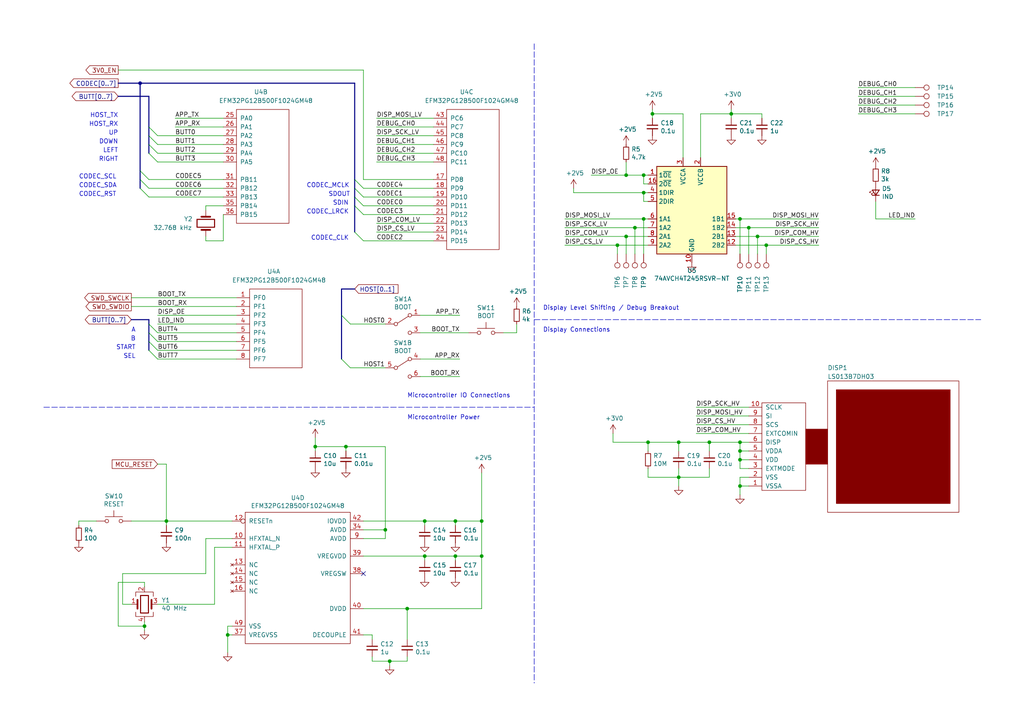
<source format=kicad_sch>
(kicad_sch (version 20211123) (generator eeschema)
  (paper "A4")
  (title_block (title "Bit Masher - Microcontroller/Display") (date "2021-04-18") (rev "P2") (company "MeoWorkshop/Nyankichi Works"))
  (lib_symbols
    (symbol "Connector:TestPoint" (pin_numbers hide) (pin_names (offset 0.762) hide)
      (property "Reference" "TP" (at 0 6.858 0))
      (property "Value" "TestPoint" (at 0 5.08 0))
      (symbol "TestPoint_0_1"
        (circle (center 0 3.302) (radius 0.762))
      )
      (symbol "TestPoint_1_1"
        (pin passive line (at 0 0 90) (length 2.54) (name "1") (number "1"))
      )
    )
    (symbol "Device:C_Small" (pin_numbers hide) (pin_names (offset 0.254) hide)
      (property "Reference" "C" (at 0.254 1.778 0))
      (property "Value" "C_Small" (at 0.254 -2.032 0))
      (symbol "C_Small_0_1"
        (polyline (pts (xy -1.524 -0.508) (xy 1.524 -0.508)) (stroke (width 0.3302)))
        (polyline (pts (xy -1.524 0.508) (xy 1.524 0.508)) (stroke (width 0.3048)))
      )
      (symbol "C_Small_1_1"
        (pin passive line (at 0 2.54 270) (length 2.032) (name "~") (number "1"))
        (pin passive line (at 0 -2.54 90) (length 2.032) (name "~") (number "2"))
      )
    )
    (symbol "Device:Crystal" (pin_numbers hide) (pin_names (offset 1.016) hide)
      (property "Reference" "Y" (at 0 3.81 0))
      (property "Value" "Crystal" (at 0 -3.81 0))
      (symbol "Crystal_0_1"
        (rectangle (start -1.143 2.54) (end 1.143 -2.54) (stroke (width 0.3048)))
        (polyline (pts (xy -2.54 0) (xy -1.905 0)))
        (polyline (pts (xy -1.905 -1.27) (xy -1.905 1.27)) (stroke (width 0.508)))
        (polyline (pts (xy 1.905 -1.27) (xy 1.905 1.27)) (stroke (width 0.508)))
        (polyline (pts (xy 2.54 0) (xy 1.905 0)))
      )
      (symbol "Crystal_1_1"
        (pin passive line (at -3.81 0 0) (length 1.27) (name "1") (number "1"))
        (pin passive line (at 3.81 0 180) (length 1.27) (name "2") (number "2"))
      )
    )
    (symbol "Device:Crystal_GND24" (pin_names (offset 1.016) hide)
      (property "Reference" "Y" (at 3.175 5.08 0))
      (property "Value" "Crystal_GND24" (at 3.175 3.175 0))
      (symbol "Crystal_GND24_0_1"
        (rectangle (start -1.143 2.54) (end 1.143 -2.54) (stroke (width 0.3048)))
        (polyline (pts (xy -2.54 0) (xy -2.032 0)))
        (polyline (pts (xy -2.032 -1.27) (xy -2.032 1.27)) (stroke (width 0.508)))
        (polyline (pts (xy 0 -3.81) (xy 0 -3.556)))
        (polyline (pts (xy 0 3.556) (xy 0 3.81)))
        (polyline (pts (xy 2.032 -1.27) (xy 2.032 1.27)) (stroke (width 0.508)))
        (polyline (pts (xy 2.032 0) (xy 2.54 0)))
        (polyline (pts (xy -2.54 -2.286) (xy -2.54 -3.556) (xy 2.54 -3.556) (xy 2.54 -2.286)))
        (polyline (pts (xy -2.54 2.286) (xy -2.54 3.556) (xy 2.54 3.556) (xy 2.54 2.286)))
      )
      (symbol "Crystal_GND24_1_1"
        (pin passive line (at -3.81 0 0) (length 1.27) (name "1") (number "1"))
        (pin passive line (at 0 5.08 270) (length 1.27) (name "2") (number "2"))
        (pin passive line (at 3.81 0 180) (length 1.27) (name "3") (number "3"))
        (pin passive line (at 0 -5.08 90) (length 1.27) (name "4") (number "4"))
      )
    )
    (symbol "Device:LED_Small" (pin_numbers hide) (pin_names (offset 0.254) hide)
      (property "Reference" "D" (at -1.27 3.175 0))
      (property "Value" "LED_Small" (at -4.445 -2.54 0))
      (symbol "LED_Small_0_1"
        (polyline (pts (xy -0.762 -1.016) (xy -0.762 1.016)) (stroke (width 0.254)))
        (polyline (pts (xy 1.016 0) (xy -0.762 0)))
        (polyline (pts (xy 0.762 -1.016) (xy -0.762 0) (xy 0.762 1.016) (xy 0.762 -1.016)) (stroke (width 0.254)))
        (polyline (pts (xy 0 0.762) (xy -0.508 1.27) (xy -0.254 1.27) (xy -0.508 1.27) (xy -0.508 1.016)))
        (polyline (pts (xy 0.508 1.27) (xy 0 1.778) (xy 0.254 1.778) (xy 0 1.778) (xy 0 1.524)))
      )
      (symbol "LED_Small_1_1"
        (pin passive line (at -2.54 0 0) (length 1.778) (name "K") (number "1"))
        (pin passive line (at 2.54 0 180) (length 1.778) (name "A") (number "2"))
      )
    )
    (symbol "Device:R_Small" (pin_numbers hide) (pin_names (offset 0.254) hide)
      (property "Reference" "R" (at 0.762 0.508 0))
      (property "Value" "R_Small" (at 0.762 -1.016 0))
      (symbol "R_Small_0_1"
        (rectangle (start -0.762 1.778) (end 0.762 -1.778) (stroke (width 0.2032)))
      )
      (symbol "R_Small_1_1"
        (pin passive line (at 0 2.54 270) (length 0.762) (name "~") (number "1"))
        (pin passive line (at 0 -2.54 90) (length 0.762) (name "~") (number "2"))
      )
    )
    (symbol "Display_Graphic:LS013B7DH03" (pin_names (offset 1.016))
      (property "Reference" "DISP" (at 12.7 22.86 0))
      (property "Value" "Display_Graphic_LS013B7DH03" (at 12.7 20.32 0))
      (symbol "LS013B7DH03_0_1"
        (rectangle (start -12.7 12.7) (end 0 -12.7))
        (rectangle (start 0 5.08) (end 6.35 -5.08) (fill (type outline)))
        (rectangle (start 6.35 19.05) (end 44.45 -19.05))
        (rectangle (start 8.89 16.51) (end 41.91 -16.51) (fill (type outline)))
      )
      (symbol "LS013B7DH03_1_1"
        (pin bidirectional line (at -16.51 -11.43 0) (length 3.81) (name "VSSA") (number "1"))
        (pin bidirectional line (at -16.51 11.43 0) (length 3.81) (name "SCLK") (number "10"))
        (pin bidirectional line (at -16.51 -8.89 0) (length 3.81) (name "VSS") (number "2"))
        (pin bidirectional line (at -16.51 -6.35 0) (length 3.81) (name "EXTMODE") (number "3"))
        (pin bidirectional line (at -16.51 -3.81 0) (length 3.81) (name "VDD") (number "4"))
        (pin bidirectional line (at -16.51 -1.27 0) (length 3.81) (name "VDDA") (number "5"))
        (pin bidirectional line (at -16.51 1.27 0) (length 3.81) (name "DISP") (number "6"))
        (pin bidirectional line (at -16.51 3.81 0) (length 3.81) (name "EXTCOMIN") (number "7"))
        (pin bidirectional line (at -16.51 6.35 0) (length 3.81) (name "SCS") (number "8"))
        (pin bidirectional line (at -16.51 8.89 0) (length 3.81) (name "SI") (number "9"))
      )
    )
    (symbol "Logic_LevelTranslator:74AVCH4T245RSVR-NT"
      (property "Reference" "U" (at -8.89 13.97 0))
      (property "Value" "Logic_LevelTranslator_74AVCH4T245RSVR-NT" (at 12.7 13.97 0))
      (symbol "74AVCH4T245RSVR-NT_0_1"
        (rectangle (start -10.16 12.7) (end 10.16 -12.7) (stroke (width 0.254)) (fill (type background)))
      )
      (symbol "74AVCH4T245RSVR-NT_1_1"
        (pin input line (at -12.7 10.16 0) (length 2.54) (name "1~{OE}") (number "1"))
        (pin power_in line (at 0 -15.24 90) (length 2.54) (name "GND") (number "10"))
        (pin passive line (at 0 -15.24 90) (length 2.54) hide (name "GND") (number "11"))
        (pin bidirectional line (at 12.7 -10.16 180) (length 2.54) (name "2B2") (number "12"))
        (pin bidirectional line (at 12.7 -7.62 180) (length 2.54) (name "2B1") (number "13"))
        (pin bidirectional line (at 12.7 -5.08 180) (length 2.54) (name "1B2") (number "14"))
        (pin bidirectional line (at 12.7 -2.54 180) (length 2.54) (name "1B1") (number "15"))
        (pin input line (at -12.7 7.62 0) (length 2.54) (name "2~{OE}") (number "16"))
        (pin power_in line (at 2.54 15.24 270) (length 2.54) (name "VCCB") (number "2"))
        (pin power_in line (at -2.54 15.24 270) (length 2.54) (name "VCCA") (number "3"))
        (pin input line (at -12.7 5.08 0) (length 2.54) (name "1DIR") (number "4"))
        (pin input line (at -12.7 2.54 0) (length 2.54) (name "2DIR") (number "5"))
        (pin bidirectional line (at -12.7 -2.54 0) (length 2.54) (name "1A1") (number "6"))
        (pin bidirectional line (at -12.7 -5.08 0) (length 2.54) (name "1A2") (number "7"))
        (pin bidirectional line (at -12.7 -7.62 0) (length 2.54) (name "2A1") (number "8"))
        (pin bidirectional line (at -12.7 -10.16 0) (length 2.54) (name "2A2") (number "9"))
      )
    )
    (symbol "MCU_SiliconLabs:EFM32PG12B500F1024GM48" (pin_names (offset 1.016))
      (property "Reference" "U" (at -1.27 20.32 0))
      (property "Value" "MCU_SiliconLabs_EFM32PG12B500F1024GM48" (at 1.27 17.78 0))
      (symbol "EFM32PG12B500F1024GM48_1_1"
        (rectangle (start -7.62 11.43) (end 7.62 -11.43))
        (pin bidirectional line (at -11.43 8.89 0) (length 3.81) (name "PF0") (number "1"))
        (pin bidirectional line (at -11.43 6.35 0) (length 3.81) (name "PF1") (number "2"))
        (pin bidirectional line (at -11.43 3.81 0) (length 3.81) (name "PF2") (number "3"))
        (pin bidirectional line (at -11.43 1.27 0) (length 3.81) (name "PF3") (number "4"))
        (pin bidirectional line (at -11.43 -1.27 0) (length 3.81) (name "PF4") (number "5"))
        (pin bidirectional line (at -11.43 -3.81 0) (length 3.81) (name "PF5") (number "6"))
        (pin bidirectional line (at -11.43 -6.35 0) (length 3.81) (name "PF6") (number "7"))
        (pin bidirectional line (at -11.43 -8.89 0) (length 3.81) (name "PF7") (number "8"))
      )
      (symbol "EFM32PG12B500F1024GM48_2_1"
        (rectangle (start -7.62 16.51) (end 7.62 -16.51))
        (pin bidirectional line (at -11.43 13.97 0) (length 3.81) (name "PA0") (number "25"))
        (pin bidirectional line (at -11.43 11.43 0) (length 3.81) (name "PA1") (number "26"))
        (pin bidirectional line (at -11.43 8.89 0) (length 3.81) (name "PA2") (number "27"))
        (pin bidirectional line (at -11.43 6.35 0) (length 3.81) (name "PA3") (number "28"))
        (pin bidirectional line (at -11.43 3.81 0) (length 3.81) (name "PA4") (number "29"))
        (pin bidirectional line (at -11.43 1.27 0) (length 3.81) (name "PA5") (number "30"))
        (pin bidirectional line (at -11.43 -3.81 0) (length 3.81) (name "PB11") (number "31"))
        (pin bidirectional line (at -11.43 -6.35 0) (length 3.81) (name "PB12") (number "32"))
        (pin bidirectional line (at -11.43 -8.89 0) (length 3.81) (name "PB13") (number "33"))
        (pin bidirectional line (at -11.43 -11.43 0) (length 3.81) (name "PB14") (number "35"))
        (pin bidirectional line (at -11.43 -13.97 0) (length 3.81) (name "PB15") (number "36"))
      )
      (symbol "EFM32PG12B500F1024GM48_3_1"
        (rectangle (start -7.62 16.51) (end 7.62 -24.13))
        (pin bidirectional line (at -11.43 -3.81 0) (length 3.81) (name "PD8") (number "17"))
        (pin bidirectional line (at -11.43 -6.35 0) (length 3.81) (name "PD9") (number "18"))
        (pin bidirectional line (at -11.43 -8.89 0) (length 3.81) (name "PD10") (number "19"))
        (pin bidirectional line (at -11.43 -11.43 0) (length 3.81) (name "PD11") (number "20"))
        (pin bidirectional line (at -11.43 -13.97 0) (length 3.81) (name "PD12") (number "21"))
        (pin bidirectional line (at -11.43 -16.51 0) (length 3.81) (name "PD13") (number "22"))
        (pin bidirectional line (at -11.43 -19.05 0) (length 3.81) (name "PD14") (number "23"))
        (pin bidirectional line (at -11.43 -21.59 0) (length 3.81) (name "PD15") (number "24"))
        (pin bidirectional line (at -11.43 13.97 0) (length 3.81) (name "PC6") (number "43"))
        (pin bidirectional line (at -11.43 11.43 0) (length 3.81) (name "PC7") (number "44"))
        (pin bidirectional line (at -11.43 8.89 0) (length 3.81) (name "PC8") (number "45"))
        (pin bidirectional line (at -11.43 6.35 0) (length 3.81) (name "PC9") (number "46"))
        (pin bidirectional line (at -11.43 3.81 0) (length 3.81) (name "PC10") (number "47"))
        (pin bidirectional line (at -11.43 1.27 0) (length 3.81) (name "PC11") (number "48"))
      )
      (symbol "EFM32PG12B500F1024GM48_4_1"
        (rectangle (start -15.24 15.24) (end 15.24 -22.86))
        (pin bidirectional line (at -19.05 7.62 0) (length 3.81) (name "HFXTAL_N") (number "10"))
        (pin bidirectional line (at -19.05 5.08 0) (length 3.81) (name "HFXTAL_P") (number "11"))
        (pin bidirectional inverted (at -19.05 12.7 0) (length 3.81) (name "RESETn") (number "12"))
        (pin no_connect line (at -19.05 0 0) (length 3.81) (name "NC") (number "13"))
        (pin no_connect line (at -19.05 -2.54 0) (length 3.81) (name "NC") (number "14"))
        (pin no_connect line (at -19.05 -5.08 0) (length 3.81) (name "NC") (number "15"))
        (pin no_connect line (at -19.05 -7.62 0) (length 3.81) (name "NC") (number "16"))
        (pin power_in line (at 19.05 10.16 180) (length 3.81) (name "AVDD") (number "34"))
        (pin passive line (at -19.05 -20.32 0) (length 3.81) (name "VREGVSS") (number "37"))
        (pin passive line (at 19.05 -2.54 180) (length 3.81) (name "VREGSW") (number "38"))
        (pin passive line (at 19.05 2.54 180) (length 3.81) (name "VREGVDD") (number "39"))
        (pin power_in line (at 19.05 -12.7 180) (length 3.81) (name "DVDD") (number "40"))
        (pin input line (at 19.05 -20.32 180) (length 3.81) (name "DECOUPLE") (number "41"))
        (pin power_in line (at 19.05 12.7 180) (length 3.81) (name "IOVDD") (number "42"))
        (pin passive line (at -19.05 -17.78 0) (length 3.81) (name "VSS") (number "49"))
        (pin power_in line (at 19.05 7.62 180) (length 3.81) (name "AVDD") (number "9"))
      )
    )
    (symbol "Switch:SW_DPDT_x2" (pin_names (offset 0) hide)
      (property "Reference" "SW" (at 0 4.318 0))
      (property "Value" "SW_DPDT_x2" (at 0 -5.08 0))
      (symbol "SW_DPDT_x2_0_0"
        (circle (center -2.032 0) (radius 0.508))
        (circle (center 2.032 -2.54) (radius 0.508))
      )
      (symbol "SW_DPDT_x2_0_1"
        (polyline (pts (xy -1.524 0.254) (xy 1.651 2.286)))
        (circle (center 2.032 2.54) (radius 0.508))
      )
      (symbol "SW_DPDT_x2_1_1"
        (pin passive line (at 5.08 2.54 180) (length 2.54) (name "A") (number "1"))
        (pin passive line (at -5.08 0 0) (length 2.54) (name "B") (number "2"))
        (pin passive line (at 5.08 -2.54 180) (length 2.54) (name "C") (number "3"))
      )
      (symbol "SW_DPDT_x2_2_1"
        (pin passive line (at 5.08 2.54 180) (length 2.54) (name "A") (number "4"))
        (pin passive line (at -5.08 0 0) (length 2.54) (name "B") (number "5"))
        (pin passive line (at 5.08 -2.54 180) (length 2.54) (name "C") (number "6"))
      )
    )
    (symbol "Switch:SW_Push" (pin_numbers hide) (pin_names (offset 1.016) hide)
      (property "Reference" "SW" (at 1.27 2.54 0))
      (property "Value" "SW_Push" (at 0 -1.524 0))
      (symbol "SW_Push_0_1"
        (circle (center -2.032 0) (radius 0.508))
        (polyline (pts (xy 0 1.27) (xy 0 3.048)))
        (polyline (pts (xy 2.54 1.27) (xy -2.54 1.27)))
        (circle (center 2.032 0) (radius 0.508))
        (pin passive line (at -5.08 0 0) (length 2.54) (name "1") (number "1"))
        (pin passive line (at 5.08 0 180) (length 2.54) (name "2") (number "2"))
      )
    )
    (symbol "power:+2V5" (power) (pin_names (offset 0))
      (property "Value" "+2V5" (at 0 3.556 0))
      (symbol "+2V5_0_1"
        (polyline (pts (xy -0.762 1.27) (xy 0 2.54)))
        (polyline (pts (xy 0 0) (xy 0 2.54)))
        (polyline (pts (xy 0 2.54) (xy 0.762 1.27)))
      )
      (symbol "+2V5_1_1"
        (pin power_in line (at 0 0 90) (length 0) hide (name "+2V5") (number "1"))
      )
    )
    (symbol "power:+3V0" (power) (pin_names (offset 0))
      (property "Value" "+3V0" (at 0 3.556 0))
      (symbol "+3V0_0_1"
        (polyline (pts (xy -0.762 1.27) (xy 0 2.54)))
        (polyline (pts (xy 0 0) (xy 0 2.54)))
        (polyline (pts (xy 0 2.54) (xy 0.762 1.27)))
      )
      (symbol "+3V0_1_1"
        (pin power_in line (at 0 0 90) (length 0) hide (name "+3V0") (number "1"))
      )
    )
    (symbol "power:GND" (power) (pin_names (offset 0))
      (property "Value" "GND" (at 0 -3.81 0))
      (symbol "GND_0_1"
        (polyline (pts (xy 0 0) (xy 0 -1.27) (xy 1.27 -1.27) (xy 0 -2.54) (xy -1.27 -1.27) (xy 0 -1.27)))
      )
      (symbol "GND_1_1"
        (pin power_in line (at 0 0 270) (length 0) hide (name "GND") (number "1"))
      )
    )
  )
  (junction (at 91.44 129.54))
  (junction (at 187.96 128.27))
  (junction (at 132.08 161.29))
  (junction (at 118.11 176.53))
  (junction (at 222.25 71.12))
  (junction (at 214.63 130.81))
  (junction (at 214.63 133.35))
  (junction (at 181.61 50.8))
  (junction (at 179.07 71.12))
  (junction (at 113.03 191.77))
  (junction (at 41.91 181.61))
  (junction (at 189.23 33.02))
  (junction (at 212.09 33.02))
  (junction (at 184.15 66.04))
  (junction (at 123.19 161.29))
  (junction (at 66.04 184.15))
  (junction (at 196.85 128.27))
  (junction (at 219.71 68.58))
  (junction (at 214.63 63.5))
  (junction (at 132.08 151.13))
  (junction (at 181.61 68.58))
  (junction (at 139.7 161.29))
  (junction (at 111.76 153.67))
  (junction (at 186.69 63.5))
  (junction (at 48.26 151.13))
  (junction (at 214.63 128.27))
  (junction (at 214.63 140.97))
  (junction (at 123.19 151.13))
  (junction (at 196.85 138.43))
  (junction (at 186.69 50.8))
  (junction (at 186.69 55.88))
  (junction (at 217.17 66.04))
  (junction (at 100.33 129.54))
  (junction (at 139.7 151.13))
  (junction (at 40.64 24.13))
  (junction (at 205.74 128.27))
  (no_connect (at 105.41 166.37))
  (bus_entry (at 102.87 59.69) (size 2.54 2.54))
  (bus_entry (at 40.64 52.07) (size 2.54 2.54))
  (bus_entry (at 43.18 96.52) (size 2.54 2.54))
  (bus_entry (at 99.06 104.14) (size 2.54 2.54))
  (bus_entry (at 102.87 67.31) (size 2.54 2.54))
  (bus_entry (at 43.18 44.45) (size 2.54 2.54))
  (bus_entry (at 99.06 91.44) (size 2.54 2.54))
  (bus_entry (at 43.18 101.6) (size 2.54 2.54))
  (bus_entry (at 40.64 54.61) (size 2.54 2.54))
  (bus_entry (at 43.18 36.83) (size 2.54 2.54))
  (bus_entry (at 102.87 54.61) (size 2.54 2.54))
  (bus_entry (at 102.87 52.07) (size 2.54 2.54))
  (bus_entry (at 43.18 93.98) (size 2.54 2.54))
  (bus_entry (at 43.18 99.06) (size 2.54 2.54))
  (bus_entry (at 43.18 41.91) (size 2.54 2.54))
  (bus_entry (at 102.87 57.15) (size 2.54 2.54))
  (bus_entry (at 40.64 49.53) (size 2.54 2.54))
  (bus_entry (at 43.18 39.37) (size 2.54 2.54))
  (wire (pts (xy 27.94 151.13) (xy 22.86 151.13)))
  (bus (pts (xy 43.18 92.71) (xy 43.18 93.98)))
  (wire (pts (xy 111.76 129.54) (xy 111.76 153.67)))
  (bus (pts (xy 102.87 59.69) (xy 102.87 67.31)))
  (wire (pts (xy 186.69 63.5) (xy 187.96 63.5)))
  (wire (pts (xy 219.71 73.66) (xy 219.71 68.58)))
  (wire (pts (xy 105.41 176.53) (xy 118.11 176.53)))
  (wire (pts (xy 212.09 33.02) (xy 203.2 33.02)))
  (wire (pts (xy 45.72 96.52) (xy 68.58 96.52)))
  (wire (pts (xy 38.1 86.36) (xy 68.58 86.36)))
  (polyline (pts (xy 154.94 92.71) (xy 284.48 92.71)))
  (bus (pts (xy 99.06 83.82) (xy 99.06 91.44)))
  (wire (pts (xy 121.92 109.22) (xy 133.35 109.22)))
  (wire (pts (xy 105.41 52.07) (xy 125.73 52.07)))
  (wire (pts (xy 118.11 176.53) (xy 118.11 185.42)))
  (wire (pts (xy 214.63 128.27) (xy 217.17 128.27)))
  (wire (pts (xy 34.29 181.61) (xy 41.91 181.61)))
  (wire (pts (xy 214.63 130.81) (xy 214.63 128.27)))
  (wire (pts (xy 118.11 191.77) (xy 118.11 190.5)))
  (wire (pts (xy 205.74 128.27) (xy 214.63 128.27)))
  (bus (pts (xy 40.64 24.13) (xy 102.87 24.13)))
  (wire (pts (xy 217.17 66.04) (xy 237.49 66.04)))
  (wire (pts (xy 121.92 96.52) (xy 135.89 96.52)))
  (wire (pts (xy 149.86 93.98) (xy 149.86 96.52)))
  (wire (pts (xy 217.17 140.97) (xy 214.63 140.97)))
  (wire (pts (xy 189.23 31.75) (xy 189.23 33.02)))
  (wire (pts (xy 45.72 104.14) (xy 68.58 104.14)))
  (wire (pts (xy 59.69 156.21) (xy 67.31 156.21)))
  (wire (pts (xy 91.44 129.54) (xy 100.33 129.54)))
  (wire (pts (xy 43.18 52.07) (xy 64.77 52.07)))
  (wire (pts (xy 68.58 91.44) (xy 45.72 91.44)))
  (polyline (pts (xy 154.94 12.7) (xy 154.94 198.12)))
  (wire (pts (xy 213.36 63.5) (xy 214.63 63.5)))
  (wire (pts (xy 132.08 161.29) (xy 139.7 161.29)))
  (wire (pts (xy 64.77 69.85) (xy 64.77 62.23)))
  (wire (pts (xy 35.56 175.26) (xy 38.1 175.26)))
  (wire (pts (xy 181.61 46.99) (xy 181.61 50.8)))
  (wire (pts (xy 254 63.5) (xy 265.43 63.5)))
  (wire (pts (xy 62.23 158.75) (xy 62.23 175.26)))
  (wire (pts (xy 45.72 39.37) (xy 64.77 39.37)))
  (wire (pts (xy 146.05 96.52) (xy 149.86 96.52)))
  (bus (pts (xy 102.87 54.61) (xy 102.87 57.15)))
  (wire (pts (xy 187.96 138.43) (xy 196.85 138.43)))
  (wire (pts (xy 121.92 91.44) (xy 133.35 91.44)))
  (wire (pts (xy 184.15 66.04) (xy 163.83 66.04)))
  (bus (pts (xy 40.64 49.53) (xy 40.64 52.07)))
  (wire (pts (xy 186.69 53.34) (xy 186.69 50.8)))
  (wire (pts (xy 139.7 151.13) (xy 139.7 161.29)))
  (wire (pts (xy 213.36 66.04) (xy 217.17 66.04)))
  (wire (pts (xy 123.19 161.29) (xy 123.19 162.56)))
  (wire (pts (xy 187.96 135.89) (xy 187.96 138.43)))
  (wire (pts (xy 64.77 36.83) (xy 50.8 36.83)))
  (bus (pts (xy 102.87 24.13) (xy 102.87 52.07)))
  (wire (pts (xy 214.63 140.97) (xy 214.63 143.51)))
  (bus (pts (xy 43.18 41.91) (xy 43.18 44.45)))
  (wire (pts (xy 59.69 166.37) (xy 59.69 156.21)))
  (wire (pts (xy 45.72 46.99) (xy 64.77 46.99)))
  (wire (pts (xy 125.73 44.45) (xy 109.22 44.45)))
  (wire (pts (xy 101.6 93.98) (xy 111.76 93.98)))
  (wire (pts (xy 38.1 151.13) (xy 48.26 151.13)))
  (polyline (pts (xy 12.7 118.11) (xy 154.94 118.11)))
  (wire (pts (xy 187.96 53.34) (xy 186.69 53.34)))
  (wire (pts (xy 139.7 161.29) (xy 139.7 176.53)))
  (wire (pts (xy 217.17 73.66) (xy 217.17 66.04)))
  (wire (pts (xy 248.92 27.94) (xy 265.43 27.94)))
  (wire (pts (xy 43.18 54.61) (xy 64.77 54.61)))
  (wire (pts (xy 203.2 33.02) (xy 203.2 45.72)))
  (wire (pts (xy 67.31 181.61) (xy 66.04 181.61)))
  (wire (pts (xy 217.17 135.89) (xy 214.63 135.89)))
  (wire (pts (xy 177.8 125.73) (xy 177.8 128.27)))
  (bus (pts (xy 43.18 27.94) (xy 43.18 36.83)))
  (wire (pts (xy 181.61 68.58) (xy 187.96 68.58)))
  (wire (pts (xy 113.03 193.04) (xy 113.03 191.77)))
  (bus (pts (xy 99.06 91.44) (xy 99.06 104.14)))
  (wire (pts (xy 214.63 138.43) (xy 214.63 140.97)))
  (wire (pts (xy 125.73 36.83) (xy 109.22 36.83)))
  (bus (pts (xy 43.18 99.06) (xy 43.18 101.6)))
  (wire (pts (xy 213.36 71.12) (xy 222.25 71.12)))
  (wire (pts (xy 184.15 73.66) (xy 184.15 66.04)))
  (wire (pts (xy 212.09 31.75) (xy 212.09 33.02)))
  (wire (pts (xy 45.72 101.6) (xy 68.58 101.6)))
  (wire (pts (xy 123.19 161.29) (xy 132.08 161.29)))
  (bus (pts (xy 38.1 92.71) (xy 43.18 92.71)))
  (wire (pts (xy 107.95 190.5) (xy 107.95 191.77)))
  (wire (pts (xy 109.22 39.37) (xy 125.73 39.37)))
  (wire (pts (xy 186.69 63.5) (xy 163.83 63.5)))
  (wire (pts (xy 109.22 64.77) (xy 125.73 64.77)))
  (wire (pts (xy 196.85 130.81) (xy 196.85 128.27)))
  (wire (pts (xy 166.37 55.88) (xy 186.69 55.88)))
  (wire (pts (xy 113.03 191.77) (xy 118.11 191.77)))
  (wire (pts (xy 214.63 133.35) (xy 214.63 130.81)))
  (wire (pts (xy 125.73 46.99) (xy 109.22 46.99)))
  (wire (pts (xy 48.26 151.13) (xy 67.31 151.13)))
  (wire (pts (xy 59.69 69.85) (xy 64.77 69.85)))
  (bus (pts (xy 102.87 57.15) (xy 102.87 59.69)))
  (wire (pts (xy 64.77 34.29) (xy 50.8 34.29)))
  (wire (pts (xy 217.17 138.43) (xy 214.63 138.43)))
  (bus (pts (xy 34.29 24.13) (xy 40.64 24.13)))
  (wire (pts (xy 181.61 73.66) (xy 181.61 68.58)))
  (wire (pts (xy 111.76 153.67) (xy 105.41 153.67)))
  (wire (pts (xy 187.96 128.27) (xy 196.85 128.27)))
  (wire (pts (xy 105.41 20.32) (xy 105.41 52.07)))
  (wire (pts (xy 48.26 134.62) (xy 48.26 151.13)))
  (wire (pts (xy 222.25 73.66) (xy 222.25 71.12)))
  (wire (pts (xy 45.72 44.45) (xy 64.77 44.45)))
  (wire (pts (xy 177.8 128.27) (xy 187.96 128.27)))
  (bus (pts (xy 40.64 52.07) (xy 40.64 54.61)))
  (wire (pts (xy 179.07 71.12) (xy 187.96 71.12)))
  (wire (pts (xy 139.7 176.53) (xy 118.11 176.53)))
  (wire (pts (xy 217.17 133.35) (xy 214.63 133.35)))
  (wire (pts (xy 213.36 68.58) (xy 219.71 68.58)))
  (wire (pts (xy 38.1 88.9) (xy 68.58 88.9)))
  (wire (pts (xy 67.31 158.75) (xy 62.23 158.75)))
  (wire (pts (xy 181.61 50.8) (xy 186.69 50.8)))
  (wire (pts (xy 59.69 68.58) (xy 59.69 69.85)))
  (bus (pts (xy 102.87 52.07) (xy 102.87 54.61)))
  (wire (pts (xy 66.04 181.61) (xy 66.04 184.15)))
  (wire (pts (xy 125.73 41.91) (xy 109.22 41.91)))
  (bus (pts (xy 102.87 83.82) (xy 99.06 83.82)))
  (wire (pts (xy 111.76 156.21) (xy 111.76 153.67)))
  (wire (pts (xy 198.12 33.02) (xy 198.12 45.72)))
  (wire (pts (xy 186.69 55.88) (xy 187.96 55.88)))
  (wire (pts (xy 205.74 138.43) (xy 205.74 135.89)))
  (bus (pts (xy 40.64 24.13) (xy 40.64 49.53)))
  (wire (pts (xy 125.73 59.69) (xy 105.41 59.69)))
  (wire (pts (xy 187.96 58.42) (xy 186.69 58.42)))
  (wire (pts (xy 222.25 71.12) (xy 237.49 71.12)))
  (wire (pts (xy 196.85 138.43) (xy 205.74 138.43)))
  (wire (pts (xy 214.63 135.89) (xy 214.63 133.35)))
  (wire (pts (xy 248.92 30.48) (xy 265.43 30.48)))
  (bus (pts (xy 43.18 39.37) (xy 43.18 41.91)))
  (wire (pts (xy 91.44 130.81) (xy 91.44 129.54)))
  (wire (pts (xy 105.41 54.61) (xy 125.73 54.61)))
  (wire (pts (xy 105.41 156.21) (xy 111.76 156.21)))
  (wire (pts (xy 43.18 57.15) (xy 64.77 57.15)))
  (wire (pts (xy 212.09 33.02) (xy 220.98 33.02)))
  (wire (pts (xy 48.26 151.13) (xy 48.26 152.4)))
  (wire (pts (xy 196.85 128.27) (xy 205.74 128.27)))
  (wire (pts (xy 201.93 120.65) (xy 217.17 120.65)))
  (wire (pts (xy 132.08 151.13) (xy 139.7 151.13)))
  (wire (pts (xy 64.77 59.69) (xy 59.69 59.69)))
  (wire (pts (xy 186.69 73.66) (xy 186.69 63.5)))
  (wire (pts (xy 109.22 67.31) (xy 125.73 67.31)))
  (wire (pts (xy 41.91 182.88) (xy 41.91 181.61)))
  (wire (pts (xy 166.37 54.61) (xy 166.37 55.88)))
  (wire (pts (xy 179.07 73.66) (xy 179.07 71.12)))
  (bus (pts (xy 43.18 36.83) (xy 43.18 39.37)))
  (wire (pts (xy 59.69 59.69) (xy 59.69 60.96)))
  (wire (pts (xy 139.7 137.16) (xy 139.7 151.13)))
  (wire (pts (xy 67.31 184.15) (xy 66.04 184.15)))
  (wire (pts (xy 66.04 184.15) (xy 66.04 189.23)))
  (wire (pts (xy 254 58.42) (xy 254 63.5)))
  (wire (pts (xy 41.91 181.61) (xy 41.91 180.34)))
  (wire (pts (xy 196.85 135.89) (xy 196.85 138.43)))
  (wire (pts (xy 34.29 20.32) (xy 105.41 20.32)))
  (bus (pts (xy 43.18 96.52) (xy 43.18 99.06)))
  (wire (pts (xy 201.93 125.73) (xy 217.17 125.73)))
  (wire (pts (xy 105.41 151.13) (xy 123.19 151.13)))
  (wire (pts (xy 220.98 33.02) (xy 220.98 34.29)))
  (wire (pts (xy 35.56 166.37) (xy 59.69 166.37)))
  (wire (pts (xy 107.95 184.15) (xy 107.95 185.42)))
  (wire (pts (xy 181.61 50.8) (xy 171.45 50.8)))
  (wire (pts (xy 123.19 152.4) (xy 123.19 151.13)))
  (wire (pts (xy 179.07 71.12) (xy 163.83 71.12)))
  (wire (pts (xy 105.41 184.15) (xy 107.95 184.15)))
  (wire (pts (xy 45.72 41.91) (xy 64.77 41.91)))
  (wire (pts (xy 189.23 33.02) (xy 189.23 34.29)))
  (wire (pts (xy 68.58 93.98) (xy 45.72 93.98)))
  (wire (pts (xy 121.92 104.14) (xy 133.35 104.14)))
  (wire (pts (xy 181.61 68.58) (xy 163.83 68.58)))
  (wire (pts (xy 186.69 58.42) (xy 186.69 55.88)))
  (wire (pts (xy 219.71 68.58) (xy 237.49 68.58)))
  (wire (pts (xy 105.41 161.29) (xy 123.19 161.29)))
  (wire (pts (xy 132.08 161.29) (xy 132.08 162.56)))
  (wire (pts (xy 109.22 34.29) (xy 125.73 34.29)))
  (wire (pts (xy 107.95 191.77) (xy 113.03 191.77)))
  (wire (pts (xy 132.08 152.4) (xy 132.08 151.13)))
  (wire (pts (xy 91.44 127) (xy 91.44 129.54)))
  (wire (pts (xy 105.41 69.85) (xy 125.73 69.85)))
  (wire (pts (xy 248.92 33.02) (xy 265.43 33.02)))
  (wire (pts (xy 45.72 134.62) (xy 48.26 134.62)))
  (wire (pts (xy 189.23 33.02) (xy 198.12 33.02)))
  (wire (pts (xy 212.09 33.02) (xy 212.09 34.29)))
  (wire (pts (xy 187.96 130.81) (xy 187.96 128.27)))
  (wire (pts (xy 184.15 66.04) (xy 187.96 66.04)))
  (wire (pts (xy 22.86 151.13) (xy 22.86 152.4)))
  (wire (pts (xy 105.41 62.23) (xy 125.73 62.23)))
  (wire (pts (xy 201.93 118.11) (xy 217.17 118.11)))
  (wire (pts (xy 41.91 170.18) (xy 41.91 168.91)))
  (wire (pts (xy 45.72 99.06) (xy 68.58 99.06)))
  (bus (pts (xy 43.18 93.98) (xy 43.18 96.52)))
  (wire (pts (xy 45.72 175.26) (xy 62.23 175.26)))
  (wire (pts (xy 196.85 138.43) (xy 196.85 140.97)))
  (wire (pts (xy 125.73 57.15) (xy 105.41 57.15)))
  (wire (pts (xy 35.56 166.37) (xy 35.56 175.26)))
  (wire (pts (xy 34.29 168.91) (xy 34.29 181.61)))
  (wire (pts (xy 248.92 25.4) (xy 265.43 25.4)))
  (wire (pts (xy 41.91 168.91) (xy 34.29 168.91)))
  (wire (pts (xy 186.69 50.8) (xy 187.96 50.8)))
  (wire (pts (xy 205.74 130.81) (xy 205.74 128.27)))
  (wire (pts (xy 214.63 73.66) (xy 214.63 63.5)))
  (wire (pts (xy 100.33 130.81) (xy 100.33 129.54)))
  (wire (pts (xy 100.33 129.54) (xy 111.76 129.54)))
  (wire (pts (xy 123.19 151.13) (xy 132.08 151.13)))
  (wire (pts (xy 214.63 63.5) (xy 237.49 63.5)))
  (bus (pts (xy 34.29 27.94) (xy 43.18 27.94)))
  (wire (pts (xy 101.6 106.68) (xy 111.76 106.68)))
  (wire (pts (xy 217.17 130.81) (xy 214.63 130.81)))
  (wire (pts (xy 201.93 123.19) (xy 217.17 123.19)))
  (text "DOWN" (at 34.29 41.91 180) (effects (font (size 1.27 1.27)) (justify right bottom)))
  (text "SDOUT" (at 95.25 57.15 0) (effects (font (size 1.27 1.27)) (justify left bottom)))
  (text "CODEC_SCL" (at 22.86 52.07 0) (effects (font (size 1.27 1.27)) (justify left bottom)))
  (text "Display Connections" (at 157.48 96.52 0) (effects (font (size 1.27 1.27)) (justify left bottom)))
  (text "SDIN" (at 96.52 59.69 0) (effects (font (size 1.27 1.27)) (justify left bottom)))
  (text "START" (at 39.37 101.6 180) (effects (font (size 1.27 1.27)) (justify right bottom)))
  (text "HOST_RX" (at 34.29 36.83 180) (effects (font (size 1.27 1.27)) (justify right bottom)))
  (text "CODEC_RST" (at 22.86 57.15 0) (effects (font (size 1.27 1.27)) (justify left bottom)))
  (text "UP" (at 34.29 39.37 180) (effects (font (size 1.27 1.27)) (justify right bottom)))
  (text "HOST_TX" (at 34.29 34.29 180) (effects (font (size 1.27 1.27)) (justify right bottom)))
  (text "CODEC_MCLK" (at 88.9 54.61 0) (effects (font (size 1.27 1.27)) (justify left bottom)))
  (text "A" (at 39.37 96.52 180) (effects (font (size 1.27 1.27)) (justify right bottom)))
  (text "B" (at 39.37 99.06 180) (effects (font (size 1.27 1.27)) (justify right bottom)))
  (text "Display Level Shifting / Debug Breakout" (at 157.48 90.17 0) (effects (font (size 1.27 1.27)) (justify left bottom)))
  (text "CODEC_LRCK" (at 88.9 62.23 0) (effects (font (size 1.27 1.27)) (justify left bottom)))
  (text "RIGHT" (at 34.29 46.99 180) (effects (font (size 1.27 1.27)) (justify right bottom)))
  (text "CODEC_SDA" (at 22.86 54.61 0) (effects (font (size 1.27 1.27)) (justify left bottom)))
  (text "CODEC_CLK" (at 90.17 69.85 0) (effects (font (size 1.27 1.27)) (justify left bottom)))
  (text "Microcontroller IO Connections" (at 118.11 115.57 0) (effects (font (size 1.27 1.27)) (justify left bottom)))
  (text "LEFT" (at 34.29 44.45 180) (effects (font (size 1.27 1.27)) (justify right bottom)))
  (text "Microcontroller Power" (at 118.11 121.92 0) (effects (font (size 1.27 1.27)) (justify left bottom)))
  (text "SEL" (at 39.37 104.14 180) (effects (font (size 1.27 1.27)) (justify right bottom)))
  (label "DISP_MOSI_LV" (at 163.83 63.5 0))
  (label "CODEC7" (at 50.8 57.15 0))
  (label "BOOT_RX" (at 133.35 109.22 180))
  (label "CODEC5" (at 50.8 52.07 0))
  (label "DISP_OE" (at 171.45 50.8 0))
  (label "BUTT5" (at 45.72 99.06 0))
  (label "DISP_SCK_HV" (at 201.93 118.11 0))
  (label "DISP_CS_HV" (at 237.49 71.12 180))
  (label "DISP_SCK_LV" (at 109.22 39.37 0))
  (label "APP_TX" (at 133.35 91.44 180))
  (label "DEBUG_CH2" (at 248.92 30.48 0))
  (label "BUTT3" (at 50.8 46.99 0))
  (label "DEBUG_CH0" (at 109.22 36.83 0))
  (label "DISP_CS_LV" (at 109.22 67.31 0))
  (label "CODEC3" (at 109.22 62.23 0))
  (label "DEBUG_CH0" (at 248.92 25.4 0))
  (label "CODEC2" (at 109.22 69.85 0))
  (label "BUTT6" (at 45.72 101.6 0))
  (label "DISP_COM_HV" (at 237.49 68.58 180))
  (label "BUTT1" (at 50.8 41.91 0))
  (label "CODEC6" (at 50.8 54.61 0))
  (label "LED_IND" (at 45.72 93.98 0))
  (label "DISP_SCK_HV" (at 237.49 66.04 180))
  (label "BOOT_TX" (at 133.35 96.52 180))
  (label "BUTT4" (at 45.72 96.52 0))
  (label "DEBUG_CH1" (at 248.92 27.94 0))
  (label "LED_IND" (at 265.43 63.5 180))
  (label "DISP_COM_LV" (at 109.22 64.77 0))
  (label "DEBUG_CH3" (at 109.22 46.99 0))
  (label "DISP_CS_HV" (at 201.93 123.19 0))
  (label "BUTT7" (at 45.72 104.14 0))
  (label "APP_TX" (at 50.8 34.29 0))
  (label "CODEC0" (at 109.22 59.69 0))
  (label "HOST0" (at 105.41 93.98 0))
  (label "BOOT_TX" (at 45.72 86.36 0))
  (label "CODEC4" (at 109.22 54.61 0))
  (label "BUTT0" (at 50.8 39.37 0))
  (label "HOST1" (at 105.41 106.68 0))
  (label "DEBUG_CH2" (at 109.22 44.45 0))
  (label "DISP_MOSI_LV" (at 109.22 34.29 0))
  (label "DISP_COM_LV" (at 163.83 68.58 0))
  (label "DISP_MOSI_HV" (at 237.49 63.5 180))
  (label "APP_RX" (at 50.8 36.83 0))
  (label "DISP_CS_LV" (at 163.83 71.12 0))
  (label "DISP_COM_HV" (at 201.93 125.73 0))
  (label "BUTT2" (at 50.8 44.45 0))
  (label "APP_RX" (at 133.35 104.14 180))
  (label "DISP_MOSI_HV" (at 201.93 120.65 0))
  (label "DEBUG_CH3" (at 248.92 33.02 0))
  (label "DISP_OE" (at 45.72 91.44 0))
  (label "BOOT_RX" (at 45.72 88.9 0))
  (label "DEBUG_CH1" (at 109.22 41.91 0))
  (label "DISP_SCK_LV" (at 163.83 66.04 0))
  (label "CODEC1" (at 109.22 57.15 0))
  (global_label "BUTT[0..7]" (shape bidirectional) (at 34.29 27.94 180) (property "Intersheet References" "${INTERSHEET_REFS}" (effects hide)))
  (global_label "CODEC[0..7]" (shape output) (at 34.29 24.13 180) (property "Intersheet References" "${INTERSHEET_REFS}" (effects hide)))
  (global_label "MCU_RESET" (shape input) (at 45.72 134.62 180) (property "Intersheet References" "${INTERSHEET_REFS}" (effects hide)))
  (global_label "3V0_EN" (shape output) (at 34.29 20.32 180) (property "Intersheet References" "${INTERSHEET_REFS}" (effects hide)))
  (global_label "SWD_SWCLK" (shape output) (at 38.1 86.36 180) (property "Intersheet References" "${INTERSHEET_REFS}" (effects hide)))
  (global_label "HOST[0..1]" (shape input) (at 102.87 83.82 0) (property "Intersheet References" "${INTERSHEET_REFS}" (effects hide)))
  (global_label "SWD_SWDIO" (shape output) (at 38.1 88.9 180) (property "Intersheet References" "${INTERSHEET_REFS}" (effects hide)))
  (global_label "BUTT[0..7]" (shape bidirectional) (at 38.1 92.71 180) (property "Intersheet References" "${INTERSHEET_REFS}" (effects hide)))
  (symbol (lib_id "MCU_SiliconLabs:EFM32PG12B500F1024GM48") (at 80.01 95.25 0) (unit 1)
    (property "Reference" "U4" (at 77.47 78.74 0) (effects (justify left)))
    (property "Value" "EFM32PG12B500F1024GM48" (at 67.31 81.28 0) (effects (justify left)))
    (property "Footprint" "Package_DFN_QFN:QFN-48-1EP_7x7mm_P0.5mm_EP5.3x5.3mm" (effects hide))
  )
  (symbol (lib_id "MCU_SiliconLabs:EFM32PG12B500F1024GM48") (at 76.2 48.26 0) (unit 2)
    (property "Reference" "U4" (at 73.66 26.67 0) (effects (justify left)))
    (property "Value" "EFM32PG12B500F1024GM48" (at 63.5 29.21 0) (effects (justify left)))
    (property "Footprint" "Package_DFN_QFN:QFN-48-1EP_7x7mm_P0.5mm_EP5.3x5.3mm" (effects hide))
  )
  (symbol (lib_id "MCU_SiliconLabs:EFM32PG12B500F1024GM48") (at 137.16 48.26 0) (unit 3)
    (property "Reference" "U4" (at 133.35 26.67 0) (effects (justify left)))
    (property "Value" "EFM32PG12B500F1024GM48" (at 123.19 29.21 0) (effects (justify left)))
    (property "Footprint" "Package_DFN_QFN:QFN-48-1EP_7x7mm_P0.5mm_EP5.3x5.3mm" (effects hide))
  )
  (symbol (lib_id "MCU_SiliconLabs:EFM32PG12B500F1024GM48") (at 86.36 163.83 0) (unit 4)
    (property "Reference" "U4" (at 86.36 144.399 0))
    (property "Value" "EFM32PG12B500F1024GM48" (at 86.36 146.7104 0))
    (property "Footprint" "Package_DFN_QFN:QFN-48-1EP_7x7mm_P0.5mm_EP5.3x5.3mm" (effects hide))
  )
  (symbol (lib_id "Device:Crystal_GND24") (at 41.91 175.26 0) (unit 1)
    (property "Reference" "Y1" (at 46.8376 174.0916 0) (effects (justify left)))
    (property "Value" "40 MHz" (at 46.8376 176.403 0) (effects (justify left)))
    (property "Footprint" "Crystal:Crystal_SMD_2016-4Pin_2.0x1.6mm" (effects hide))
    (property "Digikey PN" "1253-1120-1-ND" (effects hide))
    (property "Mouser PN" "581-CX2016DB40DFLJCC" (effects hide))
  )
  (symbol (lib_id "power:+2V5") (at 91.44 127 0) (unit 1)
    (property "Reference" "#PWR028" (effects hide))
    (property "Value" "+2V5" (at 91.821 122.6058 0))
  )
  (symbol (lib_id "power:GND") (at 66.04 189.23 0) (unit 1)
    (property "Reference" "#PWR029" (effects hide))
    (property "Value" "GND" (effects hide))
  )
  (symbol (lib_id "power:GND") (at 22.86 157.48 0) (unit 1)
    (property "Reference" "#PWR024" (effects hide))
    (property "Value" "GND" (effects hide))
  )
  (symbol (lib_id "power:GND") (at 48.26 157.48 0) (unit 1)
    (property "Reference" "#PWR027" (effects hide))
    (property "Value" "GND" (effects hide))
  )
  (symbol (lib_id "power:GND") (at 41.91 182.88 0) (unit 1)
    (property "Reference" "#PWR026" (effects hide))
    (property "Value" "GND" (effects hide))
  )
  (symbol (lib_id "Device:C_Small") (at 132.08 154.94 0) (unit 1)
    (property "Reference" "C16" (at 134.4168 153.7716 0) (effects (justify left)))
    (property "Value" "0.1u" (at 134.4168 156.083 0) (effects (justify left)))
    (property "Footprint" "Capacitor_SMD:C_0402_1005Metric" (effects hide))
  )
  (symbol (lib_id "power:GND") (at 91.44 135.89 0) (unit 1)
    (property "Reference" "#PWR030" (effects hide))
    (property "Value" "GND" (effects hide))
  )
  (symbol (lib_id "power:GND") (at 100.33 135.89 0) (unit 1)
    (property "Reference" "#PWR031" (effects hide))
    (property "Value" "GND" (effects hide))
  )
  (symbol (lib_id "Device:C_Small") (at 48.26 154.94 0) (unit 1)
    (property "Reference" "C9" (at 50.5968 153.7716 0) (effects (justify left)))
    (property "Value" "100n" (at 50.5968 156.083 0) (effects (justify left)))
    (property "Footprint" "Capacitor_SMD:C_0402_1005Metric" (effects hide))
  )
  (symbol (lib_id "Device:R_Small") (at 22.86 154.94 0) (unit 1)
    (property "Reference" "R4" (at 24.3586 153.7716 0) (effects (justify left)))
    (property "Value" "100" (at 24.3586 156.083 0) (effects (justify left)))
    (property "Footprint" "Resistor_SMD:R_0402_1005Metric" (effects hide))
  )
  (symbol (lib_id "Device:C_Small") (at 100.33 133.35 0) (unit 1)
    (property "Reference" "C11" (at 102.6668 132.1816 0) (effects (justify left)))
    (property "Value" "0.01u" (at 102.6668 134.493 0) (effects (justify left)))
    (property "Footprint" "Capacitor_SMD:C_0402_1005Metric" (effects hide))
  )
  (symbol (lib_id "power:GND") (at 123.19 157.48 0) (unit 1)
    (property "Reference" "#PWR033" (effects hide))
    (property "Value" "GND" (effects hide))
  )
  (symbol (lib_id "power:GND") (at 132.08 157.48 0) (unit 1)
    (property "Reference" "#PWR035" (effects hide))
    (property "Value" "GND" (effects hide))
  )
  (symbol (lib_id "power:+2V5") (at 139.7 137.16 0) (unit 1)
    (property "Reference" "#PWR037" (effects hide))
    (property "Value" "+2V5" (at 140.081 132.7658 0))
  )
  (symbol (lib_id "Device:C_Small") (at 118.11 187.96 0) (unit 1)
    (property "Reference" "C13" (at 120.4468 186.7916 0) (effects (justify left)))
    (property "Value" "0.1u" (at 120.4468 189.103 0) (effects (justify left)))
    (property "Footprint" "Capacitor_SMD:C_0402_1005Metric" (effects hide))
  )
  (symbol (lib_id "Device:C_Small") (at 107.95 187.96 0) (unit 1)
    (property "Reference" "C12" (at 110.2868 186.7916 0) (effects (justify left)))
    (property "Value" "1u" (at 110.2868 189.103 0) (effects (justify left)))
    (property "Footprint" "Capacitor_SMD:C_0402_1005Metric" (effects hide))
  )
  (symbol (lib_id "power:GND") (at 113.03 193.04 0) (unit 1)
    (property "Reference" "#PWR032" (effects hide))
    (property "Value" "GND" (effects hide))
  )
  (symbol (lib_id "Device:Crystal") (at 59.69 64.77 90) (unit 1)
    (property "Reference" "Y2" (at 53.34 63.5 90) (effects (justify right)))
    (property "Value" "32.768 kHz" (at 44.45 66.04 90) (effects (justify right)))
    (property "Footprint" "Crystal:Crystal_SMD_MicroCrystal_CM9V-T1A-2Pin_1.6x1.0mm" (effects hide))
    (property "Digikey PN" "728-1129-1-ND" (effects hide))
  )
  (symbol (lib_id "Device:C_Small") (at 132.08 165.1 0) (unit 1)
    (property "Reference" "C17" (at 134.4168 163.9316 0) (effects (justify left)))
    (property "Value" "0.1u" (at 134.4168 166.243 0) (effects (justify left)))
    (property "Footprint" "Capacitor_SMD:C_0402_1005Metric" (effects hide))
  )
  (symbol (lib_id "power:GND") (at 123.19 167.64 0) (unit 1)
    (property "Reference" "#PWR034" (effects hide))
    (property "Value" "GND" (effects hide))
  )
  (symbol (lib_id "power:GND") (at 132.08 167.64 0) (unit 1)
    (property "Reference" "#PWR036" (effects hide))
    (property "Value" "GND" (effects hide))
  )
  (symbol (lib_id "Connector:TestPoint") (at 265.43 25.4 270) (unit 1)
    (property "Reference" "TP14" (at 271.78 25.4 90) (effects (justify left)))
    (property "Value" "TestPoint" (effects hide))
    (property "Footprint" "TestPoint:TestPoint_Pad_D2.0mm" (effects hide))
  )
  (symbol (lib_id "Connector:TestPoint") (at 265.43 27.94 270) (unit 1)
    (property "Reference" "TP15" (at 271.78 27.94 90) (effects (justify left)))
    (property "Value" "TestPoint" (effects hide))
    (property "Footprint" "TestPoint:TestPoint_Pad_D2.0mm" (effects hide))
  )
  (symbol (lib_id "Connector:TestPoint") (at 265.43 30.48 270) (unit 1)
    (property "Reference" "TP16" (at 271.78 30.48 90) (effects (justify left)))
    (property "Value" "TestPoint" (effects hide))
    (property "Footprint" "TestPoint:TestPoint_Pad_D2.0mm" (effects hide))
  )
  (symbol (lib_id "Connector:TestPoint") (at 265.43 33.02 270) (unit 1)
    (property "Reference" "TP17" (at 271.78 33.02 90) (effects (justify left)))
    (property "Value" "TestPoint" (effects hide))
    (property "Footprint" "TestPoint:TestPoint_Pad_D2.0mm" (effects hide))
  )
  (symbol (lib_id "Display_Graphic:LS013B7DH03") (at 233.68 129.54 0) (unit 1)
    (property "Reference" "DISP1" (at 240.03 106.68 0) (effects (justify left)))
    (property "Value" "LS013B7DH03" (at 240.03 109.22 0) (effects (justify left)))
    (property "Footprint" "Connector_FFC-FPC:Hirose_FH12-10S-0.5SH_1x10-1MP_P0.50mm_Horizontal" (effects hide))
    (property "Digikey PN" "HFK110CT-ND " (effects hide))
  )
  (symbol (lib_id "Device:C_Small") (at 189.23 36.83 0) (unit 1)
    (property "Reference" "C18" (at 191.5668 35.6616 0) (effects (justify left)))
    (property "Value" "0.1u" (at 191.5668 37.973 0) (effects (justify left)))
    (property "Footprint" "Capacitor_SMD:C_0402_1005Metric" (effects hide))
  )
  (symbol (lib_id "power:+2V5") (at 189.23 31.75 0) (unit 1)
    (property "Reference" "#PWR042" (effects hide))
    (property "Value" "+2V5" (at 189.611 27.3558 0))
  )
  (symbol (lib_id "power:+3V0") (at 212.09 31.75 0) (unit 1)
    (property "Reference" "#PWR046" (effects hide))
    (property "Value" "+3V0" (at 212.471 27.3558 0))
  )
  (symbol (lib_id "power:GND") (at 189.23 39.37 0) (unit 1)
    (property "Reference" "#PWR043" (effects hide))
    (property "Value" "GND" (effects hide))
  )
  (symbol (lib_id "Device:C_Small") (at 212.09 36.83 0) (unit 1)
    (property "Reference" "C21" (at 214.4268 35.6616 0) (effects (justify left)))
    (property "Value" "0.1u" (at 214.4268 37.973 0) (effects (justify left)))
    (property "Footprint" "Capacitor_SMD:C_0402_1005Metric" (effects hide))
  )
  (symbol (lib_id "Device:C_Small") (at 220.98 36.83 0) (unit 1)
    (property "Reference" "C22" (at 223.3168 35.6616 0) (effects (justify left)))
    (property "Value" "1u" (at 223.3168 37.973 0) (effects (justify left)))
    (property "Footprint" "Capacitor_SMD:C_0402_1005Metric" (effects hide))
  )
  (symbol (lib_id "power:GND") (at 212.09 39.37 0) (unit 1)
    (property "Reference" "#PWR047" (effects hide))
    (property "Value" "GND" (effects hide))
  )
  (symbol (lib_id "power:GND") (at 220.98 39.37 0) (unit 1)
    (property "Reference" "#PWR049" (effects hide))
    (property "Value" "GND" (effects hide))
  )
  (symbol (lib_id "power:+2V5") (at 166.37 54.61 0) (unit 1)
    (property "Reference" "#PWR039" (effects hide))
    (property "Value" "+2V5" (at 166.751 50.2158 0))
  )
  (symbol (lib_id "power:GND") (at 200.66 76.2 0) (unit 1)
    (property "Reference" "#PWR045" (effects hide))
    (property "Value" "GND" (effects hide))
  )
  (symbol (lib_id "Connector:TestPoint") (at 179.07 73.66 180) (unit 1)
    (property "Reference" "TP6" (at 179.07 80.01 90) (effects (justify left)))
    (property "Value" "TestPoint" (effects hide))
    (property "Footprint" "TestPoint:TestPoint_Pad_D2.0mm" (effects hide))
  )
  (symbol (lib_id "Connector:TestPoint") (at 181.61 73.66 180) (unit 1)
    (property "Reference" "TP7" (at 181.61 80.01 90) (effects (justify left)))
    (property "Value" "TestPoint" (effects hide))
    (property "Footprint" "TestPoint:TestPoint_Pad_D2.0mm" (effects hide))
  )
  (symbol (lib_id "Connector:TestPoint") (at 184.15 73.66 180) (unit 1)
    (property "Reference" "TP8" (at 184.15 80.01 90) (effects (justify left)))
    (property "Value" "TestPoint" (effects hide))
    (property "Footprint" "TestPoint:TestPoint_Pad_D2.0mm" (effects hide))
  )
  (symbol (lib_id "Connector:TestPoint") (at 186.69 73.66 180) (unit 1)
    (property "Reference" "TP9" (at 186.69 80.01 90) (effects (justify left)))
    (property "Value" "TestPoint" (effects hide))
    (property "Footprint" "TestPoint:TestPoint_Pad_D2.0mm" (effects hide))
  )
  (symbol (lib_id "Connector:TestPoint") (at 214.63 73.66 180) (unit 1)
    (property "Reference" "TP10" (at 214.63 80.01 90) (effects (justify left)))
    (property "Value" "TestPoint" (effects hide))
    (property "Footprint" "TestPoint:TestPoint_Pad_D2.0mm" (effects hide))
  )
  (symbol (lib_id "Connector:TestPoint") (at 217.17 73.66 180) (unit 1)
    (property "Reference" "TP11" (at 217.17 80.01 90) (effects (justify left)))
    (property "Value" "TestPoint" (effects hide))
    (property "Footprint" "TestPoint:TestPoint_Pad_D2.0mm" (effects hide))
  )
  (symbol (lib_id "Connector:TestPoint") (at 219.71 73.66 180) (unit 1)
    (property "Reference" "TP12" (at 219.71 80.01 90) (effects (justify left)))
    (property "Value" "TestPoint" (effects hide))
    (property "Footprint" "TestPoint:TestPoint_Pad_D2.0mm" (effects hide))
  )
  (symbol (lib_id "Connector:TestPoint") (at 222.25 73.66 180) (unit 1)
    (property "Reference" "TP13" (at 222.25 80.01 90) (effects (justify left)))
    (property "Value" "TestPoint" (effects hide))
    (property "Footprint" "TestPoint:TestPoint_Pad_D2.0mm" (effects hide))
  )
  (symbol (lib_id "power:+3V0") (at 177.8 125.73 0) (unit 1)
    (property "Reference" "#PWR040" (effects hide))
    (property "Value" "+3V0" (at 178.181 121.3358 0))
  )
  (symbol (lib_id "power:GND") (at 214.63 143.51 0) (unit 1)
    (property "Reference" "#PWR048" (effects hide))
    (property "Value" "GND" (effects hide))
  )
  (symbol (lib_id "Device:C_Small") (at 196.85 133.35 0) (unit 1)
    (property "Reference" "C19" (at 199.1868 132.1816 0) (effects (justify left)))
    (property "Value" "0.1u" (at 199.1868 134.493 0) (effects (justify left)))
    (property "Footprint" "Capacitor_SMD:C_0402_1005Metric" (effects hide))
  )
  (symbol (lib_id "Device:C_Small") (at 205.74 133.35 0) (unit 1)
    (property "Reference" "C20" (at 208.0768 132.1816 0) (effects (justify left)))
    (property "Value" "0.1u" (at 208.0768 134.493 0) (effects (justify left)))
    (property "Footprint" "Capacitor_SMD:C_0402_1005Metric" (effects hide))
  )
  (symbol (lib_id "Device:R_Small") (at 187.96 133.35 0) (unit 1)
    (property "Reference" "R7" (at 189.4586 132.1816 0) (effects (justify left)))
    (property "Value" "10M" (at 189.4586 134.493 0) (effects (justify left)))
    (property "Footprint" "Resistor_SMD:R_0402_1005Metric" (effects hide))
  )
  (symbol (lib_id "power:GND") (at 196.85 140.97 0) (unit 1)
    (property "Reference" "#PWR044" (effects hide))
    (property "Value" "GND" (effects hide))
  )
  (symbol (lib_id "Device:C_Small") (at 123.19 154.94 0) (unit 1)
    (property "Reference" "C14" (at 125.5268 153.7716 0) (effects (justify left)))
    (property "Value" "10u" (at 125.5268 156.083 0) (effects (justify left)))
    (property "Footprint" "Capacitor_SMD:C_0402_1005Metric" (effects hide))
  )
  (symbol (lib_id "Device:C_Small") (at 123.19 165.1 0) (unit 1)
    (property "Reference" "C15" (at 125.5268 163.9316 0) (effects (justify left)))
    (property "Value" "10u" (at 125.5268 166.243 0) (effects (justify left)))
    (property "Footprint" "Capacitor_SMD:C_0402_1005Metric" (effects hide))
  )
  (symbol (lib_id "Device:C_Small") (at 91.44 133.35 0) (unit 1)
    (property "Reference" "C10" (at 93.7768 132.1816 0) (effects (justify left)))
    (property "Value" "10u" (at 93.7768 134.493 0) (effects (justify left)))
    (property "Footprint" "Capacitor_SMD:C_0402_1005Metric" (effects hide))
  )
  (symbol (lib_id "Device:LED_Small") (at 254 55.88 90) (unit 1)
    (property "Reference" "D5" (at 255.778 54.7116 90) (effects (justify right)))
    (property "Value" "IND" (at 255.778 57.023 90) (effects (justify right)))
    (property "Footprint" "LED_SMD:LED_0603_1608Metric" (effects hide))
    (property "Digikey PN" "1497-1167-1-ND" (effects hide))
  )
  (symbol (lib_id "Device:R_Small") (at 254 50.8 0) (unit 1)
    (property "Reference" "R8" (at 255.4986 49.6316 0) (effects (justify left)))
    (property "Value" "3k" (at 255.4986 51.943 0) (effects (justify left)))
    (property "Footprint" "Resistor_SMD:R_0402_1005Metric" (effects hide))
  )
  (symbol (lib_id "power:+2V5") (at 254 48.26 0) (unit 1)
    (property "Reference" "#PWR050" (effects hide))
    (property "Value" "+2V5" (at 254.381 43.8658 0))
  )
  (symbol (lib_id "Switch:SW_Push") (at 33.02 151.13 0) (unit 1)
    (property "Reference" "SW10" (at 33.02 143.891 0))
    (property "Value" "RESET" (at 33.02 146.2024 0))
    (property "Footprint" "Button_Switch_SMD:SW_Push_1P1T_NO_CK_KMR2" (effects hide))
    (property "Digikey PN" "401-1426-1-ND" (effects hide))
  )
  (symbol (lib_id "Switch:SW_Push") (at 140.97 96.52 0) (unit 1)
    (property "Reference" "SW11" (at 140.97 89.281 0))
    (property "Value" "BOOT" (at 140.97 91.5924 0))
    (property "Footprint" "Button_Switch_SMD:SW_Push_1P1T_NO_CK_KMR2" (effects hide))
    (property "Digikey PN" "401-1426-1-ND" (effects hide))
  )
  (symbol (lib_id "Switch:SW_DPDT_x2") (at 116.84 93.98 0) (unit 1)
    (property "Reference" "SW1" (at 116.84 86.741 0))
    (property "Value" "BOOT" (at 116.84 89.0524 0))
    (property "Footprint" "Button_Switch_SMD:SW_DPDT_JS202011SCQN" (effects hide))
    (property "Mouser PN" "611-JS202011SCQN" (effects hide))
  )
  (symbol (lib_id "Switch:SW_DPDT_x2") (at 116.84 106.68 0) (unit 2)
    (property "Reference" "SW1" (at 116.84 99.441 0))
    (property "Value" "BOOT" (at 116.84 101.7524 0))
    (property "Footprint" "Button_Switch_SMD:SW_DPDT_JS202011SCQN" (effects hide))
  )
  (symbol (lib_id "Device:R_Small") (at 149.86 91.44 0) (unit 1)
    (property "Reference" "R6" (at 151.3586 90.2716 0) (effects (justify left)))
    (property "Value" "4k" (at 151.3586 92.583 0) (effects (justify left)))
    (property "Footprint" "Resistor_SMD:R_0402_1005Metric" (effects hide))
  )
  (symbol (lib_id "power:+2V5") (at 149.86 88.9 0) (unit 1)
    (property "Reference" "#PWR038" (effects hide))
    (property "Value" "+2V5" (at 150.241 84.5058 0))
  )
  (symbol (lib_id "Logic_LevelTranslator:74AVCH4T245RSVR-NT") (at 200.66 60.96 0) (unit 1)
    (property "Reference" "U5" (at 200.66 78.4606 0))
    (property "Value" "74AVCH4T245RSVR-NT" (at 200.66 80.772 0))
    (property "Footprint" "Package_DFN_QFN:16-XQFN" (effects hide))
    (property "Datasheet" "https://www.ti.com/general/docs/suppproductinfo.tsp?distId=26&gotoUrl=http://www.ti.com/lit/ds/symlink/sn74avch4t245.pdf" (effects hide))
  )
  (symbol (lib_id "Device:R_Small") (at 181.61 44.45 0) (unit 1)
    (property "Reference" "R5" (at 183.1086 43.2816 0) (effects (justify left)))
    (property "Value" "4.7k" (at 183.1086 45.593 0) (effects (justify left)))
    (property "Footprint" "Resistor_SMD:R_0402_1005Metric" (effects hide))
  )
  (symbol (lib_id "power:+2V5") (at 181.61 41.91 0) (unit 1)
    (property "Reference" "#PWR0102" (effects hide))
    (property "Value" "+2V5" (at 181.991 37.5158 0))
  )
)
</source>
